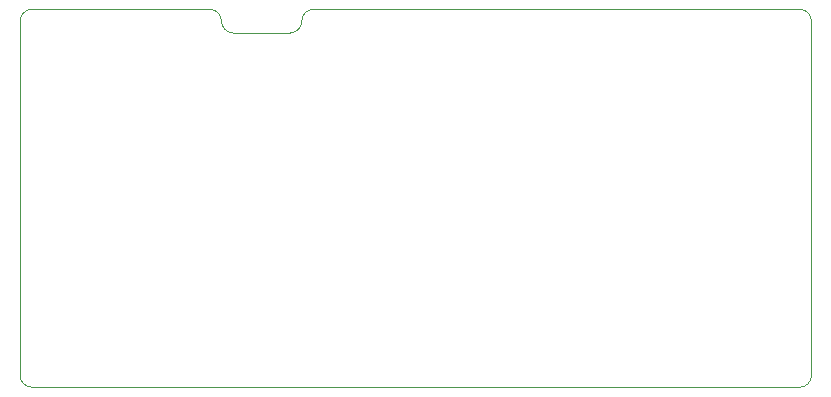
<source format=gbr>
%TF.GenerationSoftware,KiCad,Pcbnew,7.0.5.1-1-g8f565ef7f0-dirty-deb11*%
%TF.CreationDate,2023-06-14T12:44:05+00:00*%
%TF.ProjectId,kite-nrf52840,6b697465-2d6e-4726-9635-323834302e6b,rev?*%
%TF.SameCoordinates,Original*%
%TF.FileFunction,Profile,NP*%
%FSLAX46Y46*%
G04 Gerber Fmt 4.6, Leading zero omitted, Abs format (unit mm)*
G04 Created by KiCad (PCBNEW 7.0.5.1-1-g8f565ef7f0-dirty-deb11) date 2023-06-14 12:44:05*
%MOMM*%
%LPD*%
G01*
G04 APERTURE LIST*
%TA.AperFunction,Profile*%
%ADD10C,0.050000*%
%TD*%
G04 APERTURE END LIST*
D10*
X72000000Y-91000000D02*
G75*
G03*
X73000000Y-92000000I1000000J0D01*
G01*
X72000000Y-91000000D02*
X72000000Y-61000000D01*
X96850000Y-60000000D02*
G75*
G03*
X95850000Y-61000000I0J-1000000D01*
G01*
X138000000Y-92000000D02*
X73000000Y-92000000D01*
X138000000Y-92000000D02*
G75*
G03*
X139000000Y-91000000I0J1000000D01*
G01*
X89050000Y-61000000D02*
G75*
G03*
X88050000Y-60000000I-1000000J0D01*
G01*
X88050000Y-60000000D02*
X73000000Y-60000000D01*
X73000000Y-60000000D02*
G75*
G03*
X72000000Y-61000000I0J-1000000D01*
G01*
X139000000Y-61000000D02*
G75*
G03*
X138000000Y-60000000I-1000000J0D01*
G01*
X96850000Y-60000000D02*
X138000000Y-60000000D01*
X94850000Y-62000000D02*
G75*
G03*
X95850000Y-61000000I0J1000000D01*
G01*
X139000000Y-61000000D02*
X139000000Y-91000000D01*
X89050000Y-61000000D02*
G75*
G03*
X90050000Y-62000000I1000000J0D01*
G01*
X90050000Y-62000000D02*
X94850000Y-62000000D01*
M02*

</source>
